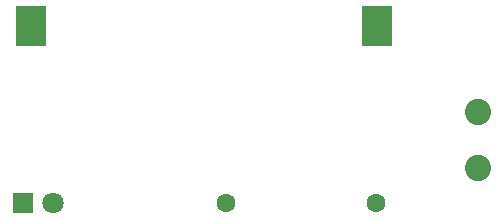
<source format=gbr>
%TF.GenerationSoftware,KiCad,Pcbnew,9.0.3*%
%TF.CreationDate,2025-08-13T01:37:56-04:00*%
%TF.ProjectId,getting-started,67657474-696e-4672-9d73-746172746564,1.0*%
%TF.SameCoordinates,Original*%
%TF.FileFunction,Soldermask,Bot*%
%TF.FilePolarity,Negative*%
%FSLAX46Y46*%
G04 Gerber Fmt 4.6, Leading zero omitted, Abs format (unit mm)*
G04 Created by KiCad (PCBNEW 9.0.3) date 2025-08-13 01:37:56*
%MOMM*%
%LPD*%
G01*
G04 APERTURE LIST*
%ADD10C,1.600000*%
%ADD11R,1.800000X1.800000*%
%ADD12C,1.800000*%
%ADD13C,2.220000*%
%ADD14R,2.540000X3.510000*%
G04 APERTURE END LIST*
D10*
%TO.C,R1*%
X147350000Y-102000000D03*
X134650000Y-102000000D03*
%TD*%
D11*
%TO.C,D1*%
X117460000Y-102000000D03*
D12*
X120000000Y-102000000D03*
%TD*%
D13*
%TO.C,SW1*%
X156000000Y-94300000D03*
X156000000Y-99000000D03*
%TD*%
D14*
%TO.C,BT1*%
X147500000Y-87000000D03*
X118140000Y-87000000D03*
%TD*%
M02*

</source>
